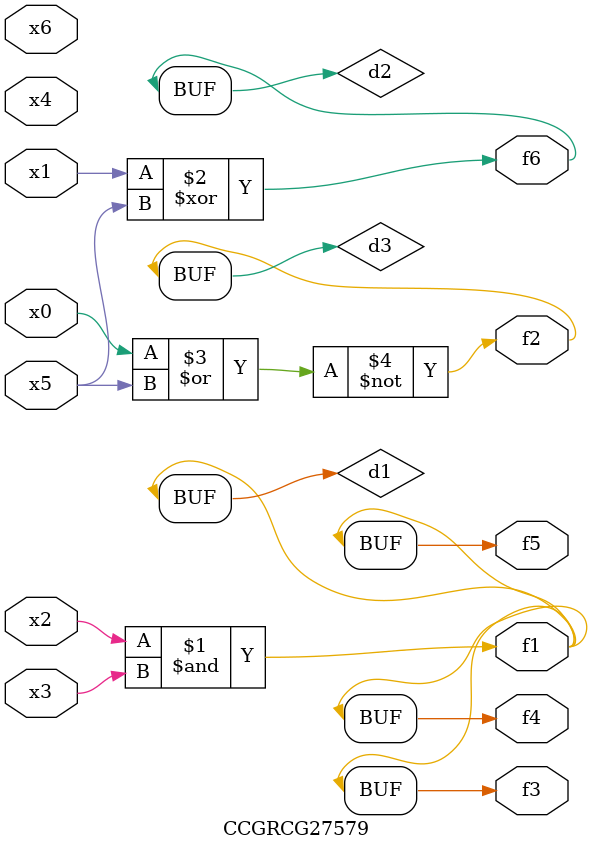
<source format=v>
module CCGRCG27579(
	input x0, x1, x2, x3, x4, x5, x6,
	output f1, f2, f3, f4, f5, f6
);

	wire d1, d2, d3;

	and (d1, x2, x3);
	xor (d2, x1, x5);
	nor (d3, x0, x5);
	assign f1 = d1;
	assign f2 = d3;
	assign f3 = d1;
	assign f4 = d1;
	assign f5 = d1;
	assign f6 = d2;
endmodule

</source>
